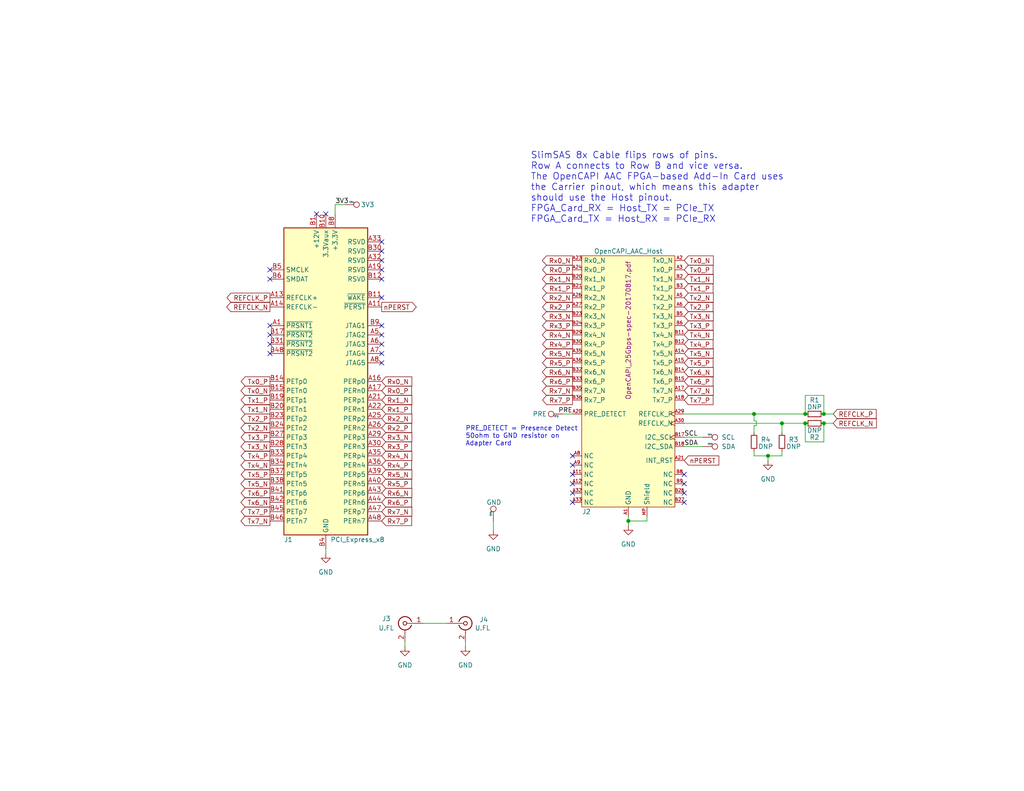
<source format=kicad_sch>
(kicad_sch (version 20211123) (generator eeschema)
  (paper "USLetter")
  (title_block (title "PCI-Express to SlimSAS 8x Adapter") (rev "A") (company "mwrnd") (comment 1 "github.com/mwrnd/PCIe-to-SlimSAS8x_Adapter") (comment 2 "OpenCAPI FPGA Add-In Card Compatible"))
  (lib_symbols
    (symbol "Connector:Bus_PCI_Express_x8"
      (property "Reference" "J1" (at -11.43 -43.18 0))
      (property "Value" "PCI_Express_x8" (at 1.27 -43.18 0))
      (symbol "Bus_PCI_Express_x8_0_1"
        (rectangle (start -11.43 41.91) (end 11.43 -41.91) (stroke (width 0.254)) (fill (type background)))
      )
      (symbol "Bus_PCI_Express_x8_1_1"
        (pin passive line (at -15.24 15.24 0) (length 3.81) (name "~{PRSNT1}") (number "A1"))
        (pin passive line (at 2.54 45.72 270) (length 3.81) hide (name "+3.3V") (number "A10"))
        (pin input line (at 15.24 20.32 180) (length 3.81) (name "~{PERST}") (number "A11"))
        (pin passive line (at 0 -45.72 90) (length 3.81) hide (name "GND") (number "A12"))
        (pin input line (at -15.24 22.86 0) (length 3.81) (name "REFCLK+") (number "A13"))
        (pin input line (at -15.24 20.32 0) (length 3.81) (name "REFCLK-") (number "A14"))
        (pin passive line (at 0 -45.72 90) (length 3.81) hide (name "GND") (number "A15"))
        (pin output line (at 15.24 0 180) (length 3.81) (name "PERp0") (number "A16"))
        (pin output line (at 15.24 -2.54 180) (length 3.81) (name "PERn0") (number "A17"))
        (pin passive line (at 0 -45.72 90) (length 3.81) hide (name "GND") (number "A18"))
        (pin passive line (at 15.24 30.48 180) (length 3.81) (name "RSVD") (number "A19"))
        (pin passive line (at -2.54 45.72 270) (length 3.81) hide (name "+12V") (number "A2"))
        (pin passive line (at 0 -45.72 90) (length 3.81) hide (name "GND") (number "A20"))
        (pin output line (at 15.24 -5.08 180) (length 3.81) (name "PERp1") (number "A21"))
        (pin output line (at 15.24 -7.62 180) (length 3.81) (name "PERn1") (number "A22"))
        (pin passive line (at 0 -45.72 90) (length 3.81) hide (name "GND") (number "A23"))
        (pin passive line (at 0 -45.72 90) (length 3.81) hide (name "GND") (number "A24"))
        (pin output line (at 15.24 -10.16 180) (length 3.81) (name "PERp2") (number "A25"))
        (pin output line (at 15.24 -12.7 180) (length 3.81) (name "PERn2") (number "A26"))
        (pin passive line (at 0 -45.72 90) (length 3.81) hide (name "GND") (number "A27"))
        (pin passive line (at 0 -45.72 90) (length 3.81) hide (name "GND") (number "A28"))
        (pin output line (at 15.24 -15.24 180) (length 3.81) (name "PERp3") (number "A29"))
        (pin passive line (at -2.54 45.72 270) (length 3.81) hide (name "+12V") (number "A3"))
        (pin output line (at 15.24 -17.78 180) (length 3.81) (name "PERn3") (number "A30"))
        (pin passive line (at 0 -45.72 90) (length 3.81) hide (name "GND") (number "A31"))
        (pin passive line (at 15.24 33.02 180) (length 3.81) (name "RSVD") (number "A32"))
        (pin passive line (at 15.24 38.1 180) (length 3.81) (name "RSVD") (number "A33"))
        (pin passive line (at 0 -45.72 90) (length 3.81) hide (name "GND") (number "A34"))
        (pin output line (at 15.24 -20.32 180) (length 3.81) (name "PERp4") (number "A35"))
        (pin output line (at 15.24 -22.86 180) (length 3.81) (name "PERn4") (number "A36"))
        (pin passive line (at 0 -45.72 90) (length 3.81) hide (name "GND") (number "A37"))
        (pin passive line (at 0 -45.72 90) (length 3.81) hide (name "GND") (number "A38"))
        (pin output line (at 15.24 -25.4 180) (length 3.81) (name "PERp5") (number "A39"))
        (pin passive line (at 0 -45.72 90) (length 3.81) hide (name "GND") (number "A4"))
        (pin output line (at 15.24 -27.94 180) (length 3.81) (name "PERn5") (number "A40"))
        (pin passive line (at 0 -45.72 90) (length 3.81) hide (name "GND") (number "A41"))
        (pin passive line (at 0 -45.72 90) (length 3.81) hide (name "GND") (number "A42"))
        (pin output line (at 15.24 -30.48 180) (length 3.81) (name "PERp6") (number "A43"))
        (pin output line (at 15.24 -33.02 180) (length 3.81) (name "PERn6") (number "A44"))
        (pin passive line (at 0 -45.72 90) (length 3.81) hide (name "GND") (number "A45"))
        (pin passive line (at 0 -45.72 90) (length 3.81) hide (name "GND") (number "A46"))
        (pin output line (at 15.24 -35.56 180) (length 3.81) (name "PERp7") (number "A47"))
        (pin output line (at 15.24 -38.1 180) (length 3.81) (name "PERn7") (number "A48"))
        (pin passive line (at 0 -45.72 90) (length 3.81) hide (name "GND") (number "A49"))
        (pin input line (at 15.24 12.7 180) (length 3.81) (name "JTAG2") (number "A5"))
        (pin input line (at 15.24 10.16 180) (length 3.81) (name "JTAG3") (number "A6"))
        (pin output line (at 15.24 7.62 180) (length 3.81) (name "JTAG4") (number "A7"))
        (pin input line (at 15.24 5.08 180) (length 3.81) (name "JTAG5") (number "A8"))
        (pin passive line (at 2.54 45.72 270) (length 3.81) hide (name "+3.3V") (number "A9"))
        (pin power_in line (at -2.54 45.72 270) (length 3.81) (name "+12V") (number "B1"))
        (pin power_in line (at 0 45.72 270) (length 3.81) (name "3.3Vaux") (number "B10"))
        (pin open_collector line (at 15.24 22.86 180) (length 3.81) (name "~{WAKE}") (number "B11"))
        (pin passive line (at 15.24 27.94 180) (length 3.81) (name "RSVD") (number "B12"))
        (pin passive line (at 0 -45.72 90) (length 3.81) hide (name "GND") (number "B13"))
        (pin input line (at -15.24 0 0) (length 3.81) (name "PETp0") (number "B14"))
        (pin input line (at -15.24 -2.54 0) (length 3.81) (name "PETn0") (number "B15"))
        (pin passive line (at 0 -45.72 90) (length 3.81) hide (name "GND") (number "B16"))
        (pin passive line (at -15.24 12.7 0) (length 3.81) (name "~{PRSNT2}") (number "B17"))
        (pin passive line (at 0 -45.72 90) (length 3.81) hide (name "GND") (number "B18"))
        (pin input line (at -15.24 -5.08 0) (length 3.81) (name "PETp1") (number "B19"))
        (pin passive line (at -2.54 45.72 270) (length 3.81) hide (name "+12V") (number "B2"))
        (pin input line (at -15.24 -7.62 0) (length 3.81) (name "PETn1") (number "B20"))
        (pin passive line (at 0 -45.72 90) (length 3.81) hide (name "GND") (number "B21"))
        (pin passive line (at 0 -45.72 90) (length 3.81) hide (name "GND") (number "B22"))
        (pin input line (at -15.24 -10.16 0) (length 3.81) (name "PETp2") (number "B23"))
        (pin input line (at -15.24 -12.7 0) (length 3.81) (name "PETn2") (number "B24"))
        (pin passive line (at 0 -45.72 90) (length 3.81) hide (name "GND") (number "B25"))
        (pin passive line (at 0 -45.72 90) (length 3.81) hide (name "GND") (number "B26"))
        (pin input line (at -15.24 -15.24 0) (length 3.81) (name "PETp3") (number "B27"))
        (pin input line (at -15.24 -17.78 0) (length 3.81) (name "PETn3") (number "B28"))
        (pin passive line (at 0 -45.72 90) (length 3.81) hide (name "GND") (number "B29"))
        (pin passive line (at -2.54 45.72 270) (length 3.81) hide (name "+12V") (number "B3"))
        (pin passive line (at 15.24 35.56 180) (length 3.81) (name "RSVD") (number "B30"))
        (pin passive line (at -15.24 10.16 0) (length 3.81) (name "~{PRSNT2}") (number "B31"))
        (pin passive line (at 0 -45.72 90) (length 3.81) hide (name "GND") (number "B32"))
        (pin input line (at -15.24 -20.32 0) (length 3.81) (name "PETp4") (number "B33"))
        (pin input line (at -15.24 -22.86 0) (length 3.81) (name "PETn4") (number "B34"))
        (pin passive line (at 0 -45.72 90) (length 3.81) hide (name "GND") (number "B35"))
        (pin passive line (at 0 -45.72 90) (length 3.81) hide (name "GND") (number "B36"))
        (pin input line (at -15.24 -25.4 0) (length 3.81) (name "PETp5") (number "B37"))
        (pin input line (at -15.24 -27.94 0) (length 3.81) (name "PETn5") (number "B38"))
        (pin passive line (at 0 -45.72 90) (length 3.81) hide (name "GND") (number "B39"))
        (pin power_out line (at 0 -45.72 90) (length 3.81) (name "GND") (number "B4"))
        (pin passive line (at 0 -45.72 90) (length 3.81) hide (name "GND") (number "B40"))
        (pin input line (at -15.24 -30.48 0) (length 3.81) (name "PETp6") (number "B41"))
        (pin input line (at -15.24 -33.02 0) (length 3.81) (name "PETn6") (number "B42"))
        (pin passive line (at 0 -45.72 90) (length 3.81) hide (name "GND") (number "B43"))
        (pin passive line (at 0 -45.72 90) (length 3.81) hide (name "GND") (number "B44"))
        (pin input line (at -15.24 -35.56 0) (length 3.81) (name "PETp7") (number "B45"))
        (pin input line (at -15.24 -38.1 0) (length 3.81) (name "PETn7") (number "B46"))
        (pin passive line (at 0 -45.72 90) (length 3.81) hide (name "GND") (number "B47"))
        (pin passive line (at -15.24 7.62 0) (length 3.81) (name "~{PRSNT2}") (number "B48"))
        (pin passive line (at 0 -45.72 90) (length 3.81) hide (name "GND") (number "B49"))
        (pin input line (at -15.24 30.48 0) (length 3.81) (name "SMCLK") (number "B5"))
        (pin bidirectional line (at -15.24 27.94 0) (length 3.81) (name "SMDAT") (number "B6"))
        (pin passive line (at 0 -45.72 90) (length 3.81) hide (name "GND") (number "B7"))
        (pin power_out line (at 2.54 45.72 270) (length 3.81) (name "+3.3V") (number "B8"))
        (pin input line (at 15.24 15.24 180) (length 3.81) (name "JTAG1") (number "B9"))
      )
    )
    (symbol "Connector:Conn_Coaxial" (pin_names (offset 1.016) hide)
      (property "Reference" "J" (at 0.254 3.048 0))
      (property "Value" "Conn_Coaxial" (at 2.921 0 90))
      (symbol "Conn_Coaxial_0_1"
        (arc (start -1.778 -0.508) (mid 0.2311 -1.8066) (end 1.778 0) (stroke (width 0.254)))
        (polyline (pts (xy -2.54 0) (xy -0.508 0)))
        (polyline (pts (xy 0 -2.54) (xy 0 -1.778)))
        (circle (center 0 0) (radius 0.508) (stroke (width 0.2032)))
        (arc (start 1.778 0) (mid 0.2099 1.8101) (end -1.778 0.508) (stroke (width 0.254)))
      )
      (symbol "Conn_Coaxial_1_1"
        (pin passive line (at -5.08 0 0) (length 2.54) (name "In") (number "1"))
        (pin passive line (at 0 -5.08 90) (length 2.54) (name "Ext") (number "2"))
      )
    )
    (symbol "Connector:TestPoint" (pin_numbers hide) (pin_names (offset 0.762) hide)
      (property "Reference" "TP" (at 0 6.858 0))
      (property "Value" "TestPoint" (at 0 5.08 0))
      (symbol "TestPoint_0_1"
        (circle (center 0 3.302) (radius 0.762))
      )
      (symbol "TestPoint_1_1"
        (pin passive line (at 0 0 90) (length 2.54) (name "1") (number "1"))
      )
    )
    (symbol "Device:R_Small" (pin_numbers hide) (pin_names (offset 0.254) hide)
      (property "Reference" "R" (at 0.762 0.508 0))
      (property "Value" "R_Small" (at 0.762 -1.016 0))
      (symbol "R_Small_0_1"
        (rectangle (start -0.762 1.778) (end 0.762 -1.778) (stroke (width 0.2032)))
      )
      (symbol "R_Small_1_1"
        (pin passive line (at 0 2.54 270) (length 0.762) (name "~") (number "1"))
        (pin passive line (at 0 -2.54 90) (length 0.762) (name "~") (number "2"))
      )
    )
    (symbol "OpenCAPI_AAC:OpenCAPI_AAC_Host"
      (property "Reference" "J2" (at -11.43 -35.56 0))
      (property "Value" "OpenCAPI_AAC_Host" (at 0 35.56 0))
      (property "Datasheet" "OpenCAPI_25Gbps-spec-20170817.pdf" (at 0 13.97 90))
      (symbol "OpenCAPI_AAC_Host_0_1"
        (rectangle (start -12.7 34.29) (end 12.7 -34.29) (fill (type background)))
      )
      (symbol "OpenCAPI_AAC_Host_1_1"
        (pin power_in line (at 0 -36.83 90) (length 2.54) (name "GND") (number "A1"))
        (pin passive line (at 0 -36.83 90) (length 2.54) hide (name "GND") (number "A10"))
        (pin unspecified line (at -15.24 -25.4 0) (length 2.54) (name "NC") (number "A11"))
        (pin unspecified line (at -15.24 -27.94 0) (length 2.54) (name "NC") (number "A12"))
        (pin passive line (at 0 -36.83 90) (length 2.54) hide (name "GND") (number "A13"))
        (pin output line (at 15.24 7.62 180) (length 2.54) (name "Tx5_N") (number "A14"))
        (pin output line (at 15.24 5.08 180) (length 2.54) (name "Tx5_P") (number "A15"))
        (pin passive line (at 0 -36.83 90) (length 2.54) hide (name "GND") (number "A16"))
        (pin output line (at 15.24 -2.54 180) (length 2.54) (name "Tx7_N") (number "A17"))
        (pin output line (at 15.24 -5.08 180) (length 2.54) (name "Tx7_P") (number "A18"))
        (pin passive line (at 0 -36.83 90) (length 2.54) hide (name "GND") (number "A19"))
        (pin output line (at 15.24 33.02 180) (length 2.54) (name "Tx0_N") (number "A2"))
        (pin input line (at -15.24 -8.89 0) (length 2.54) (name "PRE_DETECT") (number "A20"))
        (pin output line (at 15.24 -21.59 180) (length 2.54) (name "INT_RST") (number "A21"))
        (pin passive line (at 0 -36.83 90) (length 2.54) hide (name "GND") (number "A22"))
        (pin input line (at -15.24 33.02 0) (length 2.54) (name "Rx0_N") (number "A23"))
        (pin input line (at -15.24 30.48 0) (length 2.54) (name "Rx0_P") (number "A24"))
        (pin passive line (at 0 -36.83 90) (length 2.54) hide (name "GND") (number "A25"))
        (pin input line (at -15.24 22.86 0) (length 2.54) (name "Rx2_N") (number "A26"))
        (pin input line (at -15.24 20.32 0) (length 2.54) (name "Rx2_P") (number "A27"))
        (pin passive line (at 0 -36.83 90) (length 2.54) hide (name "GND") (number "A28"))
        (pin output clock (at 15.24 -8.89 180) (length 2.54) (name "REFCLK_P") (number "A29"))
        (pin output line (at 15.24 30.48 180) (length 2.54) (name "Tx0_P") (number "A3"))
        (pin output clock (at 15.24 -11.43 180) (length 2.54) (name "REFCLK_N") (number "A30"))
        (pin passive line (at 0 -36.83 90) (length 2.54) hide (name "GND") (number "A31"))
        (pin unspecified line (at -15.24 -30.48 0) (length 2.54) (name "NC") (number "A32"))
        (pin unspecified line (at -15.24 -33.02 0) (length 2.54) (name "NC") (number "A33"))
        (pin passive line (at 0 -36.83 90) (length 2.54) hide (name "GND") (number "A34"))
        (pin input line (at -15.24 7.62 0) (length 2.54) (name "Rx5_N") (number "A35"))
        (pin input line (at -15.24 5.08 0) (length 2.54) (name "Rx5_P") (number "A36"))
        (pin passive line (at 0 -36.83 90) (length 2.54) hide (name "GND") (number "A37"))
        (pin passive line (at 0 -36.83 90) (length 2.54) hide (name "GND") (number "A4"))
        (pin output line (at 15.24 22.86 180) (length 2.54) (name "Tx2_N") (number "A5"))
        (pin output line (at 15.24 20.32 180) (length 2.54) (name "Tx2_P") (number "A6"))
        (pin passive line (at 0 -36.83 90) (length 2.54) hide (name "GND") (number "A7"))
        (pin unspecified line (at -15.24 -20.32 0) (length 2.54) (name "NC") (number "A8"))
        (pin unspecified line (at -15.24 -22.86 0) (length 2.54) (name "NC") (number "A9"))
        (pin passive line (at 0 -36.83 90) (length 2.54) hide (name "GND") (number "B1"))
        (pin passive line (at 0 -36.83 90) (length 2.54) hide (name "GND") (number "B10"))
        (pin output line (at 15.24 12.7 180) (length 2.54) (name "Tx4_N") (number "B11"))
        (pin output line (at 15.24 10.16 180) (length 2.54) (name "Tx4_P") (number "B12"))
        (pin passive line (at 0 -36.83 90) (length 2.54) hide (name "GND") (number "B13"))
        (pin output line (at 15.24 2.54 180) (length 2.54) (name "Tx6_N") (number "B14"))
        (pin output line (at 15.24 0 180) (length 2.54) (name "Tx6_P") (number "B15"))
        (pin passive line (at 0 -36.83 90) (length 2.54) hide (name "GND") (number "B16"))
        (pin output clock (at 15.24 -15.24 180) (length 2.54) (name "I2C_SCL") (number "B17"))
        (pin bidirectional line (at 15.24 -17.78 180) (length 2.54) (name "I2C_SDA") (number "B18"))
        (pin passive line (at 0 -36.83 90) (length 2.54) hide (name "GND") (number "B19"))
        (pin output line (at 15.24 27.94 180) (length 2.54) (name "Tx1_N") (number "B2"))
        (pin input line (at -15.24 27.94 0) (length 2.54) (name "Rx1_N") (number "B20"))
        (pin input line (at -15.24 25.4 0) (length 2.54) (name "Rx1_P") (number "B21"))
        (pin passive line (at 0 -36.83 90) (length 2.54) hide (name "GND") (number "B22"))
        (pin input line (at -15.24 17.78 0) (length 2.54) (name "Rx3_N") (number "B23"))
        (pin input line (at -15.24 15.24 0) (length 2.54) (name "Rx3_P") (number "B24"))
        (pin passive line (at 0 -36.83 90) (length 2.54) hide (name "GND") (number "B25"))
        (pin unspecified line (at 15.24 -30.48 180) (length 2.54) (name "NC") (number "B26"))
        (pin unspecified line (at 15.24 -33.02 180) (length 2.54) (name "NC") (number "B27"))
        (pin passive line (at 0 -36.83 90) (length 2.54) hide (name "GND") (number "B28"))
        (pin input line (at -15.24 12.7 0) (length 2.54) (name "Rx4_N") (number "B29"))
        (pin output line (at 15.24 25.4 180) (length 2.54) (name "Tx1_P") (number "B3"))
        (pin input line (at -15.24 10.16 0) (length 2.54) (name "Rx4_P") (number "B30"))
        (pin passive line (at 0 -36.83 90) (length 2.54) hide (name "GND") (number "B31"))
        (pin input line (at -15.24 2.54 0) (length 2.54) (name "Rx6_N") (number "B32"))
        (pin input line (at -15.24 0 0) (length 2.54) (name "Rx6_P") (number "B33"))
        (pin passive line (at 0 -36.83 90) (length 2.54) hide (name "GND") (number "B34"))
        (pin input line (at -15.24 -2.54 0) (length 2.54) (name "Rx7_N") (number "B35"))
        (pin input line (at -15.24 -5.08 0) (length 2.54) (name "Rx7_P") (number "B36"))
        (pin passive line (at 0 -36.83 90) (length 2.54) hide (name "GND") (number "B37"))
        (pin passive line (at 0 -36.83 90) (length 2.54) hide (name "GND") (number "B4"))
        (pin output line (at 15.24 17.78 180) (length 2.54) (name "Tx3_N") (number "B5"))
        (pin output line (at 15.24 15.24 180) (length 2.54) (name "Tx3_P") (number "B6"))
        (pin passive line (at 0 -36.83 90) (length 2.54) hide (name "GND") (number "B7"))
        (pin unspecified line (at 15.24 -25.4 180) (length 2.54) (name "NC") (number "B8"))
        (pin unspecified line (at 15.24 -27.94 180) (length 2.54) (name "NC") (number "B9"))
        (pin passive line (at 5.08 -36.83 90) (length 2.54) (name "Shield") (number "MP"))
      )
    )
    (symbol "power:GND" (power) (pin_names (offset 0))
      (property "Value" "GND" (at 0 -3.81 0))
      (symbol "GND_0_1"
        (polyline (pts (xy 0 0) (xy 0 -1.27) (xy 1.27 -1.27) (xy 0 -2.54) (xy -1.27 -1.27) (xy 0 -1.27)))
      )
      (symbol "GND_1_1"
        (pin power_in line (at 0 0 270) (length 0) hide (name "GND") (number "1"))
      )
    )
  )
  (junction (at 171.45 142.24))
  (junction (at 209.55 124.46))
  (junction (at 205.74 113.03))
  (junction (at 224.79 115.57))
  (junction (at 219.71 113.03))
  (junction (at 224.79 113.03))
  (junction (at 219.71 115.57))
  (junction (at 213.36 115.57))
  (no_connect (at 156.21 129.54))
  (no_connect (at 73.66 91.44))
  (no_connect (at 73.66 76.2))
  (no_connect (at 186.69 129.54))
  (no_connect (at 73.66 93.98))
  (no_connect (at 73.66 73.66))
  (no_connect (at 156.21 124.46))
  (no_connect (at 104.14 73.66))
  (no_connect (at 156.21 132.08))
  (no_connect (at 156.21 137.16))
  (no_connect (at 86.36 58.42))
  (no_connect (at 104.14 91.44))
  (no_connect (at 73.66 88.9))
  (no_connect (at 73.66 96.52))
  (no_connect (at 186.69 137.16))
  (no_connect (at 156.21 127))
  (no_connect (at 104.14 93.98))
  (no_connect (at 156.21 134.62))
  (no_connect (at 104.14 99.06))
  (no_connect (at 104.14 96.52))
  (no_connect (at 104.14 76.2))
  (no_connect (at 88.9 58.42))
  (no_connect (at 186.69 134.62))
  (no_connect (at 104.14 68.58))
  (no_connect (at 104.14 88.9))
  (no_connect (at 186.69 132.08))
  (no_connect (at 104.14 71.12))
  (no_connect (at 104.14 81.28))
  (no_connect (at 104.14 66.04))
  (wire (pts (xy 186.69 121.92) (xy 191.77 121.92)))
  (wire (pts (xy 205.74 113.03) (xy 205.74 114.935)))
  (wire (pts (xy 213.36 123.19) (xy 213.36 124.46)))
  (wire (pts (xy 224.79 107.95) (xy 224.79 113.03)))
  (wire (pts (xy 213.36 115.57) (xy 219.71 115.57)))
  (wire (pts (xy 110.49 175.26) (xy 110.49 176.53)))
  (wire (pts (xy 219.71 120.65) (xy 219.71 115.57)))
  (wire (pts (xy 206.375 114.935) (xy 205.74 114.935)))
  (wire (pts (xy 127 175.26) (xy 127 176.53)))
  (wire (pts (xy 134.62 142.24) (xy 134.62 144.78)))
  (wire (pts (xy 186.69 115.57) (xy 213.36 115.57)))
  (wire (pts (xy 206.375 116.205) (xy 206.375 114.935)))
  (wire (pts (xy 219.71 107.95) (xy 224.79 107.95)))
  (wire (pts (xy 209.55 124.46) (xy 213.36 124.46)))
  (wire (pts (xy 91.44 55.88) (xy 91.44 58.42)))
  (wire (pts (xy 153.67 113.03) (xy 156.21 113.03)))
  (wire (pts (xy 224.79 115.57) (xy 227.33 115.57)))
  (wire (pts (xy 205.74 123.19) (xy 205.74 124.46)))
  (wire (pts (xy 205.74 113.03) (xy 219.71 113.03)))
  (wire (pts (xy 224.79 113.03) (xy 227.33 113.03)))
  (wire (pts (xy 186.69 113.03) (xy 205.74 113.03)))
  (wire (pts (xy 88.9 149.86) (xy 88.9 151.13)))
  (wire (pts (xy 213.36 115.57) (xy 213.36 118.11)))
  (wire (pts (xy 186.69 119.38) (xy 191.77 119.38)))
  (wire (pts (xy 224.79 120.65) (xy 219.71 120.65)))
  (wire (pts (xy 205.74 118.11) (xy 205.74 116.205)))
  (wire (pts (xy 205.74 124.46) (xy 209.55 124.46)))
  (wire (pts (xy 205.74 116.205) (xy 206.375 116.205)))
  (wire (pts (xy 171.45 142.24) (xy 176.53 142.24)))
  (wire (pts (xy 115.57 170.18) (xy 121.92 170.18)))
  (wire (pts (xy 93.98 55.88) (xy 91.44 55.88)))
  (wire (pts (xy 171.45 140.97) (xy 171.45 142.24)))
  (wire (pts (xy 171.45 142.24) (xy 171.45 143.51)))
  (wire (pts (xy 176.53 140.97) (xy 176.53 142.24)))
  (wire (pts (xy 209.55 124.46) (xy 209.55 125.73)))
  (wire (pts (xy 219.71 113.03) (xy 219.71 107.95)))
  (wire (pts (xy 224.79 115.57) (xy 224.79 120.65)))
  (text "SlimSAS 8x Cable flips rows of pins.\nRow A connects to Row B and vice versa.\nThe OpenCAPI AAC FPGA-based Add-In Card uses\nthe Carrier pinout, which means this adapter\nshould use the Host pinout.\nFPGA_Card_RX = Host_TX = PCIe_TX\nFPGA_Card_TX = Host_RX = PCIe_RX" (at 144.78 60.96 0) (effects (font (size 1.8 1.8)) (justify left bottom)))
  (text "PRE_DETECT = Presence Detect\n50ohm to GND resistor on\nAdapter Card\n" (at 127 121.92 0) (effects (font (size 1.27 1.27)) (justify left bottom)))
  (label "SCL" (at 186.69 119.38 0))
  (label "PRE" (at 156.21 113.03 180))
  (label "SDA" (at 186.69 121.92 0))
  (label "3V3" (at 91.44 55.88 0))
  (global_label "Rx7_N" (shape input) (at 104.14 139.7 0) (property "Intersheet References" "${INTERSHEET_REFS}" (effects hide)))
  (global_label "Rx3_P" (shape output) (at 156.21 88.9 180) (property "Intersheet References" "${INTERSHEET_REFS}" (effects hide)))
  (global_label "Rx2_P" (shape input) (at 104.14 116.84 0) (property "Intersheet References" "${INTERSHEET_REFS}" (effects hide)))
  (global_label "Rx1_P" (shape output) (at 156.21 78.74 180) (property "Intersheet References" "${INTERSHEET_REFS}" (effects hide)))
  (global_label "Rx0_N" (shape output) (at 156.21 71.12 180) (property "Intersheet References" "${INTERSHEET_REFS}" (effects hide)))
  (global_label "Rx1_P" (shape input) (at 104.14 111.76 0) (property "Intersheet References" "${INTERSHEET_REFS}" (effects hide)))
  (global_label "Rx6_P" (shape output) (at 156.21 104.14 180) (property "Intersheet References" "${INTERSHEET_REFS}" (effects hide)))
  (global_label "Tx7_P" (shape output) (at 73.66 139.7 180) (property "Intersheet References" "${INTERSHEET_REFS}" (effects hide)))
  (global_label "Tx1_P" (shape output) (at 73.66 109.22 180) (property "Intersheet References" "${INTERSHEET_REFS}" (effects hide)))
  (global_label "Rx0_N" (shape input) (at 104.14 104.14 0) (property "Intersheet References" "${INTERSHEET_REFS}" (effects hide)))
  (global_label "Rx3_N" (shape output) (at 156.21 86.36 180) (property "Intersheet References" "${INTERSHEET_REFS}" (effects hide)))
  (global_label "Rx2_N" (shape input) (at 104.14 114.3 0) (property "Intersheet References" "${INTERSHEET_REFS}" (effects hide)))
  (global_label "Tx7_N" (shape input) (at 186.69 106.68 0) (property "Intersheet References" "${INTERSHEET_REFS}" (effects hide)))
  (global_label "Tx3_N" (shape input) (at 186.69 86.36 0) (property "Intersheet References" "${INTERSHEET_REFS}" (effects hide)))
  (global_label "Tx5_P" (shape output) (at 73.66 129.54 180) (property "Intersheet References" "${INTERSHEET_REFS}" (effects hide)))
  (global_label "Tx4_P" (shape output) (at 73.66 124.46 180) (property "Intersheet References" "${INTERSHEET_REFS}" (effects hide)))
  (global_label "Rx1_N" (shape input) (at 104.14 109.22 0) (property "Intersheet References" "${INTERSHEET_REFS}" (effects hide)))
  (global_label "Rx2_N" (shape output) (at 156.21 81.28 180) (property "Intersheet References" "${INTERSHEET_REFS}" (effects hide)))
  (global_label "Tx6_N" (shape output) (at 73.66 137.16 180) (property "Intersheet References" "${INTERSHEET_REFS}" (effects hide)))
  (global_label "Tx3_P" (shape output) (at 73.66 119.38 180) (property "Intersheet References" "${INTERSHEET_REFS}" (effects hide)))
  (global_label "Rx7_P" (shape output) (at 156.21 109.22 180) (property "Intersheet References" "${INTERSHEET_REFS}" (effects hide)))
  (global_label "Rx5_P" (shape input) (at 104.14 132.08 0) (property "Intersheet References" "${INTERSHEET_REFS}" (effects hide)))
  (global_label "Tx0_P" (shape input) (at 186.69 73.66 0) (property "Intersheet References" "${INTERSHEET_REFS}" (effects hide)))
  (global_label "Rx5_N" (shape output) (at 156.21 96.52 180) (property "Intersheet References" "${INTERSHEET_REFS}" (effects hide)))
  (global_label "nPERST" (shape output) (at 104.14 83.82 0) (property "Intersheet References" "${INTERSHEET_REFS}" (effects hide)))
  (global_label "Tx1_N" (shape input) (at 186.69 76.2 0) (property "Intersheet References" "${INTERSHEET_REFS}" (effects hide)))
  (global_label "REFCLK_P" (shape input) (at 227.33 113.03 0) (property "Intersheet References" "${INTERSHEET_REFS}" (effects hide)))
  (global_label "Rx6_N" (shape input) (at 104.14 134.62 0) (property "Intersheet References" "${INTERSHEET_REFS}" (effects hide)))
  (global_label "Tx5_N" (shape input) (at 186.69 96.52 0) (property "Intersheet References" "${INTERSHEET_REFS}" (effects hide)))
  (global_label "Tx4_N" (shape output) (at 73.66 127 180) (property "Intersheet References" "${INTERSHEET_REFS}" (effects hide)))
  (global_label "Tx4_N" (shape input) (at 186.69 91.44 0) (property "Intersheet References" "${INTERSHEET_REFS}" (effects hide)))
  (global_label "Rx6_N" (shape output) (at 156.21 101.6 180) (property "Intersheet References" "${INTERSHEET_REFS}" (effects hide)))
  (global_label "Rx2_P" (shape output) (at 156.21 83.82 180) (property "Intersheet References" "${INTERSHEET_REFS}" (effects hide)))
  (global_label "Rx5_N" (shape input) (at 104.14 129.54 0) (property "Intersheet References" "${INTERSHEET_REFS}" (effects hide)))
  (global_label "Rx0_P" (shape input) (at 104.14 106.68 0) (property "Intersheet References" "${INTERSHEET_REFS}" (effects hide)))
  (global_label "nPERST" (shape input) (at 186.69 125.73 0) (property "Intersheet References" "${INTERSHEET_REFS}" (effects hide)))
  (global_label "Tx2_P" (shape output) (at 73.66 114.3 180) (property "Intersheet References" "${INTERSHEET_REFS}" (effects hide)))
  (global_label "Rx4_N" (shape output) (at 156.21 91.44 180) (property "Intersheet References" "${INTERSHEET_REFS}" (effects hide)))
  (global_label "Tx1_P" (shape input) (at 186.69 78.74 0) (property "Intersheet References" "${INTERSHEET_REFS}" (effects hide)))
  (global_label "Tx6_P" (shape output) (at 73.66 134.62 180) (property "Intersheet References" "${INTERSHEET_REFS}" (effects hide)))
  (global_label "Rx7_N" (shape output) (at 156.21 106.68 180) (property "Intersheet References" "${INTERSHEET_REFS}" (effects hide)))
  (global_label "Tx2_N" (shape output) (at 73.66 116.84 180) (property "Intersheet References" "${INTERSHEET_REFS}" (effects hide)))
  (global_label "REFCLK_P" (shape output) (at 73.66 81.28 180) (property "Intersheet References" "${INTERSHEET_REFS}" (effects hide)))
  (global_label "Tx0_P" (shape output) (at 73.66 104.14 180) (property "Intersheet References" "${INTERSHEET_REFS}" (effects hide)))
  (global_label "Tx3_P" (shape input) (at 186.69 88.9 0) (property "Intersheet References" "${INTERSHEET_REFS}" (effects hide)))
  (global_label "Tx1_N" (shape output) (at 73.66 111.76 180) (property "Intersheet References" "${INTERSHEET_REFS}" (effects hide)))
  (global_label "Rx7_P" (shape input) (at 104.14 142.24 0) (property "Intersheet References" "${INTERSHEET_REFS}" (effects hide)))
  (global_label "Rx3_P" (shape input) (at 104.14 121.92 0) (property "Intersheet References" "${INTERSHEET_REFS}" (effects hide)))
  (global_label "Rx4_P" (shape output) (at 156.21 93.98 180) (property "Intersheet References" "${INTERSHEET_REFS}" (effects hide)))
  (global_label "Tx4_P" (shape input) (at 186.69 93.98 0) (property "Intersheet References" "${INTERSHEET_REFS}" (effects hide)))
  (global_label "Tx7_P" (shape input) (at 186.69 109.22 0) (property "Intersheet References" "${INTERSHEET_REFS}" (effects hide)))
  (global_label "Tx2_P" (shape input) (at 186.69 83.82 0) (property "Intersheet References" "${INTERSHEET_REFS}" (effects hide)))
  (global_label "Rx1_N" (shape output) (at 156.21 76.2 180) (property "Intersheet References" "${INTERSHEET_REFS}" (effects hide)))
  (global_label "Tx7_N" (shape output) (at 73.66 142.24 180) (property "Intersheet References" "${INTERSHEET_REFS}" (effects hide)))
  (global_label "Rx3_N" (shape input) (at 104.14 119.38 0) (property "Intersheet References" "${INTERSHEET_REFS}" (effects hide)))
  (global_label "Tx0_N" (shape input) (at 186.69 71.12 0) (property "Intersheet References" "${INTERSHEET_REFS}" (effects hide)))
  (global_label "Rx5_P" (shape output) (at 156.21 99.06 180) (property "Intersheet References" "${INTERSHEET_REFS}" (effects hide)))
  (global_label "Tx6_N" (shape input) (at 186.69 101.6 0) (property "Intersheet References" "${INTERSHEET_REFS}" (effects hide)))
  (global_label "Tx5_P" (shape input) (at 186.69 99.06 0) (property "Intersheet References" "${INTERSHEET_REFS}" (effects hide)))
  (global_label "Rx0_P" (shape output) (at 156.21 73.66 180) (property "Intersheet References" "${INTERSHEET_REFS}" (effects hide)))
  (global_label "Tx2_N" (shape input) (at 186.69 81.28 0) (property "Intersheet References" "${INTERSHEET_REFS}" (effects hide)))
  (global_label "Rx4_N" (shape input) (at 104.14 124.46 0) (property "Intersheet References" "${INTERSHEET_REFS}" (effects hide)))
  (global_label "REFCLK_N" (shape input) (at 227.33 115.57 0) (property "Intersheet References" "${INTERSHEET_REFS}" (effects hide)))
  (global_label "Rx6_P" (shape input) (at 104.14 137.16 0) (property "Intersheet References" "${INTERSHEET_REFS}" (effects hide)))
  (global_label "Tx6_P" (shape input) (at 186.69 104.14 0) (property "Intersheet References" "${INTERSHEET_REFS}" (effects hide)))
  (global_label "Tx0_N" (shape output) (at 73.66 106.68 180) (property "Intersheet References" "${INTERSHEET_REFS}" (effects hide)))
  (global_label "Tx3_N" (shape output) (at 73.66 121.92 180) (property "Intersheet References" "${INTERSHEET_REFS}" (effects hide)))
  (global_label "REFCLK_N" (shape output) (at 73.66 83.82 180) (property "Intersheet References" "${INTERSHEET_REFS}" (effects hide)))
  (global_label "Rx4_P" (shape input) (at 104.14 127 0) (property "Intersheet References" "${INTERSHEET_REFS}" (effects hide)))
  (global_label "Tx5_N" (shape output) (at 73.66 132.08 180) (property "Intersheet References" "${INTERSHEET_REFS}" (effects hide)))
  (symbol (lib_id "Device:R_Small") (at 222.25 113.03 90) (unit 1)
    (property "Reference" "R1" (at 222.25 109.22 90))
    (property "Value" "DNP" (at 222.25 111.125 90))
    (property "Footprint" "Resistor_SMD:R_0603_1608Metric" (effects hide))
  )
  (symbol (lib_id "Connector:Conn_Coaxial") (at 127 170.18 0) (unit 1)
    (property "Reference" "J4" (at 130.81 169.2031 0) (effects (justify left)))
    (property "Value" "U.FL" (at 129.54 171.45 0) (effects (justify left)))
    (property "Footprint" "Connector_Coaxial:U.FL_Hirose_U.FL-R-SMT-1_Vertical" (effects hide))
    (property "Datasheet" " ~" (effects hide))
  )
  (symbol (lib_id "power:GND") (at 88.9 151.13 0) (unit 1)
    (property "Reference" "#PWR0101" (effects hide))
    (property "Value" "GND" (at 88.9 156.21 0))
  )
  (symbol (lib_id "Connector:TestPoint") (at 134.62 142.24 0) (unit 1)
    (property "Reference" "TP5" (at 133.985 140.97 90) (effects (font (size 0.5 0.5)) (justify left)))
    (property "Value" "GND" (at 132.715 137.16 0) (effects (justify left)))
    (property "Footprint" "Connector_PinHeader_2.54mm:PinHeader_1x01_P2.54mm_Vertical" (effects hide))
  )
  (symbol (lib_id "Connector:Conn_Coaxial") (at 110.49 170.18 0) (mirror y) (unit 1)
    (property "Reference" "J3" (at 105.41 168.91 0))
    (property "Value" "U.FL" (at 105.41 171.45 0))
    (property "Footprint" "Connector_Coaxial:U.FL_Hirose_U.FL-R-SMT-1_Vertical" (effects hide))
    (property "Datasheet" " ~" (effects hide))
  )
  (symbol (lib_id "power:GND") (at 134.62 144.78 0) (unit 1)
    (property "Reference" "#PWR0103" (effects hide))
    (property "Value" "GND" (at 134.62 149.86 0))
  )
  (symbol (lib_id "Connector:TestPoint") (at 153.67 113.03 90) (unit 1)
    (property "Reference" "TP3" (at 152.4 113.665 90) (effects (font (size 0.5 0.5)) (justify left)))
    (property "Value" "PRE" (at 149.225 113.03 90) (effects (justify left)))
    (property "Footprint" "Connector_PinHeader_2.54mm:PinHeader_1x01_P2.54mm_Vertical" (effects hide))
  )
  (symbol (lib_id "Connector:TestPoint") (at 191.77 121.92 270) (unit 1)
    (property "Reference" "TP2" (at 193.04 121.285 90) (effects (font (size 0.5 0.5)) (justify left)))
    (property "Value" "SDA" (at 196.85 121.92 90) (effects (justify left)))
    (property "Footprint" "Connector_PinHeader_2.54mm:PinHeader_1x01_P2.54mm_Vertical" (effects hide))
  )
  (symbol (lib_id "Device:R_Small") (at 213.36 120.65 180) (unit 1)
    (property "Reference" "R3" (at 216.535 120.015 0))
    (property "Value" "DNP" (at 216.535 121.92 0))
    (property "Footprint" "Resistor_SMD:R_0603_1608Metric" (effects hide))
  )
  (symbol (lib_id "Device:R_Small") (at 222.25 115.57 270) (unit 1)
    (property "Reference" "R2" (at 222.25 119.38 90))
    (property "Value" "DNP" (at 222.25 117.475 90))
    (property "Footprint" "Resistor_SMD:R_0603_1608Metric" (effects hide))
  )
  (symbol (lib_id "power:GND") (at 127 176.53 0) (unit 1)
    (property "Reference" "#PWR0105" (effects hide))
    (property "Value" "GND" (at 127 181.61 0))
  )
  (symbol (lib_id "Connector:Bus_PCI_Express_x8") (at 88.9 104.14 0) (unit 1)
    (property "Reference" "J1" (at 77.47 147.32 0) (effects (justify left)))
    (property "Value" "PCI_Express_x8" (at 90.17 147.32 0) (effects (justify left)))
    (property "Footprint" "Connector_PCBEdge:BUS_PCIexpress_x8" (effects hide))
    (property "Datasheet" "ritrontek 20161026105231124.pdf Page63" (effects hide))
  )
  (symbol (lib_id "power:GND") (at 110.49 176.53 0) (unit 1)
    (property "Reference" "#PWR0106" (effects hide))
    (property "Value" "GND" (at 110.49 181.61 0))
  )
  (symbol (lib_id "power:GND") (at 209.55 125.73 0) (unit 1)
    (property "Reference" "#PWR0104" (effects hide))
    (property "Value" "GND" (at 209.55 130.81 0))
  )
  (symbol (lib_id "Connector:TestPoint") (at 93.98 55.88 270) (unit 1)
    (property "Reference" "TP4" (at 95.25 55.245 90) (effects (font (size 0.5 0.5)) (justify left)))
    (property "Value" "3V3" (at 98.425 55.88 90) (effects (justify left)))
    (property "Footprint" "Connector_PinHeader_2.54mm:PinHeader_1x01_P2.54mm_Vertical" (effects hide))
  )
  (symbol (lib_id "OpenCAPI_AAC:OpenCAPI_AAC_Host") (at 171.45 104.14 0) (unit 1)
    (property "Reference" "J2" (at 160.02 139.7 0))
    (property "Value" "OpenCAPI_AAC_Host" (at 171.45 68.58 0))
    (property "Footprint" "SlimSAS_8x:SlimSAS_8x_RA_U10-A474" (effects hide))
    (property "Datasheet" "OpenCAPI_25Gbps-spec-20170817.pdf" (at 171.45 90.17 90))
  )
  (symbol (lib_id "power:GND") (at 171.45 143.51 0) (unit 1)
    (property "Reference" "#PWR0102" (effects hide))
    (property "Value" "GND" (at 171.45 148.59 0))
  )
  (symbol (lib_id "Device:R_Small") (at 205.74 120.65 180) (unit 1)
    (property "Reference" "R4" (at 208.915 120.015 0))
    (property "Value" "DNP" (at 208.915 121.92 0))
    (property "Footprint" "Resistor_SMD:R_0603_1608Metric" (effects hide))
  )
  (symbol (lib_id "Connector:TestPoint") (at 191.77 119.38 270) (unit 1)
    (property "Reference" "TP1" (at 193.04 118.745 90) (effects (font (size 0.5 0.5)) (justify left)))
    (property "Value" "SCL" (at 196.85 119.38 90) (effects (justify left)))
    (property "Footprint" "Connector_PinHeader_2.54mm:PinHeader_1x01_P2.54mm_Vertical" (effects hide))
  )
)
</source>
